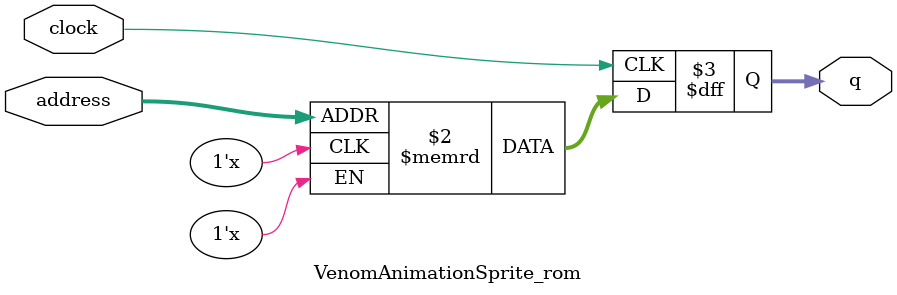
<source format=sv>
module VenomAnimationSprite_rom (
	input logic clock,
	input logic [12:0] address,
	output logic [3:0] q
);

logic [3:0] memory [0:6299] /* synthesis ram_init_file = "./VenomAnimationSprite/VenomAnimationSprite.mif" */;

always_ff @ (posedge clock) begin
	q <= memory[address];
end

endmodule

</source>
